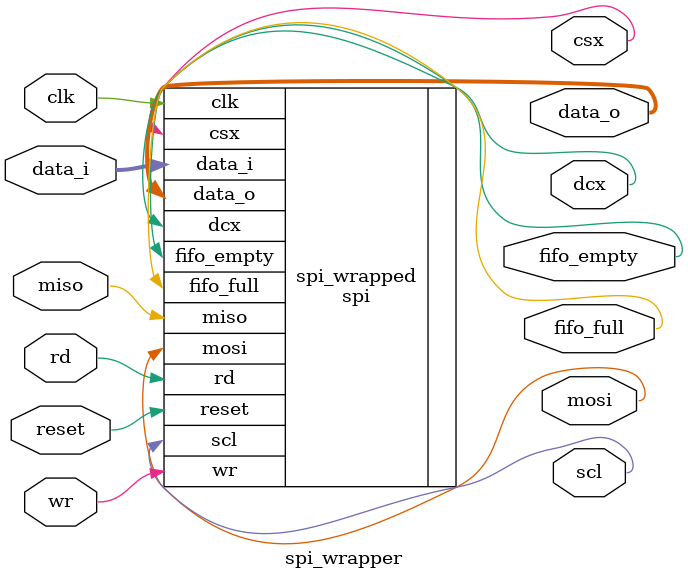
<source format=v>
`timescale 1ns / 1ps

module spi_wrapper(
        clk,
        miso,
        mosi,
        scl,
        csx,
        dcx,
        wr,
        data_i,
        rd,
        data_o,
        fifo_full,
        fifo_empty,
        reset
    );
    input                               clk;
    input                               miso;
    output                              mosi; // not used right now
    output                              scl;
    output                              csx; // chip select 10th bit of packet
    output                              dcx; // data command selector 9th bit of packet
    input                               wr;
    input [8:0]                         data_i;
    input                               rd; // not used right now
    output [8:0]                        data_o; // not used right now
    output                              fifo_full;
    output                              fifo_empty;
    input                               reset;

    spi spi_wrapped(
            .clk(clk),
            .miso(miso),
            .mosi(mosi),
            .scl(scl),
            .csx(csx),
            .dcx(dcx),
            .wr(wr),
            .data_i(data_i),
            .rd(rd),
            .data_o(data_o),
            .fifo_full(fifo_full),
            .fifo_empty(fifo_empty),
            .reset(reset)
        );
endmodule

</source>
